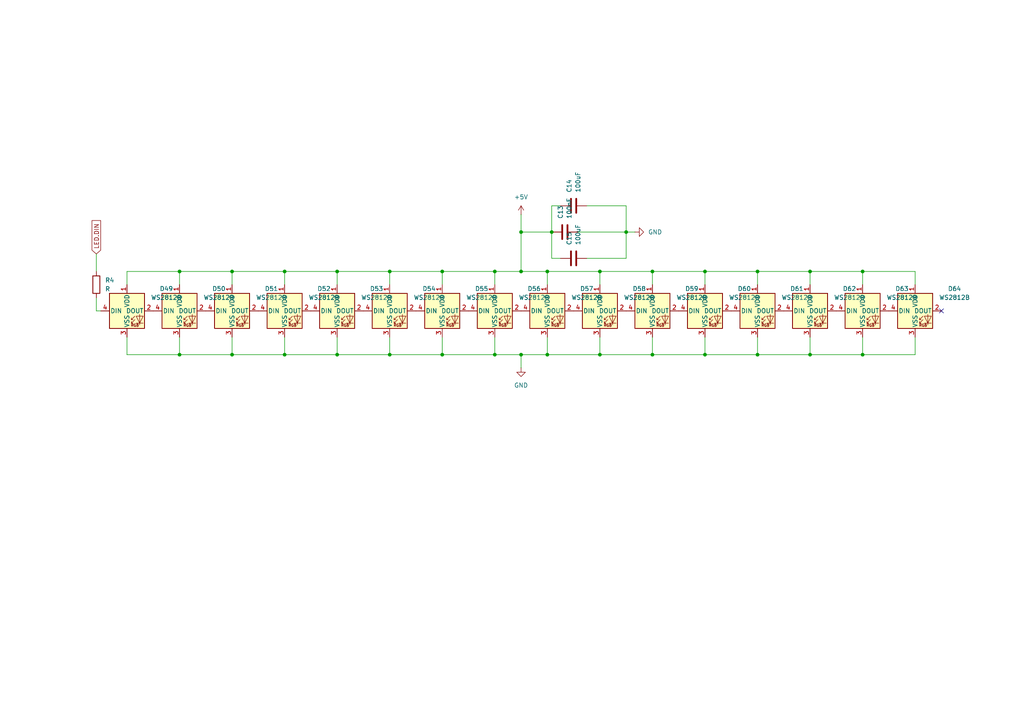
<source format=kicad_sch>
(kicad_sch (version 20250114) (generator "eeschema") (generator_version "9.0")
  (paper "A4")
  (lib_symbols
    (symbol "Device:C" (pin_numbers (hide yes)) (pin_names (offset 0.254))
      (property "Reference" "C" (at 0.635 2.54 0))
      (property "Value" "C" (at 0.635 -2.54 0))
      (symbol "C_0_1"
        (polyline (pts (xy -2.032 0.762) (xy 2.032 0.762)) (stroke (width 0.508)))
        (polyline (pts (xy -2.032 -0.762) (xy 2.032 -0.762)) (stroke (width 0.508)))
      )
      (symbol "C_1_1"
        (pin passive line (at 0 3.81 270) (length 2.794) (name "~") (number "1"))
        (pin passive line (at 0 -3.81 90) (length 2.794) (name "~") (number "2"))
      )
    )
    (symbol "Device:R" (pin_numbers (hide yes)) (pin_names (offset 0))
      (property "Reference" "R" (at 2.032 0 90))
      (property "Value" "R" (at 0 0 90))
      (symbol "R_0_1"
        (rectangle (start -1.016 -2.54) (end 1.016 2.54) (stroke (width 0.254)))
      )
      (symbol "R_1_1"
        (pin passive line (at 0 3.81 270) (length 1.27) (name "~") (number "1"))
        (pin passive line (at 0 -3.81 90) (length 1.27) (name "~") (number "2"))
      )
    )
    (symbol "LED:WS2812B" (pin_names (offset 0.254))
      (property "Reference" "D" (at 5.08 5.715 0))
      (property "Value" "WS2812B" (at 1.27 -5.715 0))
      (symbol "WS2812B_0_0"
        (text "RGB" (at 2.286 -4.191 0) (effects (font (size 0.762 0.762))))
      )
      (symbol "WS2812B_0_1"
        (polyline (pts (xy 1.27 -2.54) (xy 1.778 -2.54)))
        (polyline (pts (xy 1.27 -3.556) (xy 1.778 -3.556)))
        (polyline (pts (xy 2.286 -1.524) (xy 1.27 -2.54) (xy 1.27 -2.032)))
        (polyline (pts (xy 2.286 -2.54) (xy 1.27 -3.556) (xy 1.27 -3.048)))
        (polyline (pts (xy 3.683 -1.016) (xy 3.683 -3.556) (xy 3.683 -4.064)))
        (polyline (pts (xy 4.699 -1.524) (xy 2.667 -1.524) (xy 3.683 -3.556) (xy 4.699 -1.524)))
        (polyline (pts (xy 4.699 -3.556) (xy 2.667 -3.556)))
        (rectangle (start 5.08 5.08) (end -5.08 -5.08) (stroke (width 0.254)) (fill (type background)))
      )
      (symbol "WS2812B_1_1"
        (pin input line (at -7.62 0 0) (length 2.54) (name "DIN") (number "4"))
        (pin power_in line (at 0 7.62 270) (length 2.54) (name "VDD") (number "1"))
        (pin power_in line (at 0 -7.62 90) (length 2.54) (name "VSS") (number "3"))
        (pin output line (at 7.62 0 180) (length 2.54) (name "DOUT") (number "2"))
      )
    )
    (symbol "power:+5V" (power) (pin_numbers (hide yes)) (pin_names (offset 0) (hide yes))
      (property "Value" "+5V" (at 0 3.556 0))
      (symbol "+5V_0_1"
        (polyline (pts (xy -0.762 1.27) (xy 0 2.54)))
        (polyline (pts (xy 0 2.54) (xy 0.762 1.27)))
        (polyline (pts (xy 0 0) (xy 0 2.54)))
      )
      (symbol "+5V_1_1"
        (pin power_in line (at 0 0 90) (length 0) (name "~") (number "1"))
      )
    )
    (symbol "power:GND" (power) (pin_numbers (hide yes)) (pin_names (offset 0) (hide yes))
      (property "Value" "GND" (at 0 -3.81 0))
      (symbol "GND_0_1"
        (polyline (pts (xy 0 0) (xy 0 -1.27) (xy 1.27 -1.27) (xy 0 -2.54) (xy -1.27 -1.27) (xy 0 -1.27)))
      )
      (symbol "GND_1_1"
        (pin power_in line (at 0 0 270) (length 0) (name "~") (number "1"))
      )
    )
  )
  (junction (at 143.51 78.74))
  (junction (at 143.51 102.87))
  (junction (at 234.95 78.74))
  (junction (at 128.27 102.87))
  (junction (at 158.75 78.74))
  (junction (at 189.23 78.74))
  (junction (at 250.19 78.74))
  (junction (at 204.47 102.87))
  (junction (at 250.19 102.87))
  (junction (at 82.55 78.74))
  (junction (at 173.99 102.87))
  (junction (at 181.61 67.31))
  (junction (at 151.13 78.74))
  (junction (at 219.71 102.87))
  (junction (at 52.07 78.74))
  (junction (at 67.31 102.87))
  (junction (at 151.13 67.31))
  (junction (at 158.75 102.87))
  (junction (at 173.99 78.74))
  (junction (at 160.02 67.31))
  (junction (at 113.03 78.74))
  (junction (at 204.47 78.74))
  (junction (at 97.79 102.87))
  (junction (at 82.55 102.87))
  (junction (at 151.13 102.87))
  (junction (at 97.79 78.74))
  (junction (at 128.27 78.74))
  (junction (at 189.23 102.87))
  (junction (at 52.07 102.87))
  (junction (at 234.95 102.87))
  (junction (at 67.31 78.74))
  (junction (at 219.71 78.74))
  (junction (at 113.03 102.87))
  (no_connect (at 273.05 90.17))
  (wire (pts (xy 160.02 74.93) (xy 160.02 67.31)))
  (wire (pts (xy 128.27 78.74) (xy 128.27 82.55)))
  (wire (pts (xy 128.27 78.74) (xy 143.51 78.74)))
  (wire (pts (xy 52.07 97.79) (xy 52.07 102.87)))
  (wire (pts (xy 162.56 74.93) (xy 160.02 74.93)))
  (wire (pts (xy 151.13 102.87) (xy 151.13 106.68)))
  (wire (pts (xy 162.56 59.69) (xy 160.02 59.69)))
  (wire (pts (xy 27.94 90.17) (xy 29.21 90.17)))
  (wire (pts (xy 52.07 78.74) (xy 36.83 78.74)))
  (wire (pts (xy 265.43 82.55) (xy 265.43 78.74)))
  (wire (pts (xy 204.47 78.74) (xy 219.71 78.74)))
  (wire (pts (xy 219.71 97.79) (xy 219.71 102.87)))
  (wire (pts (xy 27.94 86.36) (xy 27.94 90.17)))
  (wire (pts (xy 173.99 102.87) (xy 158.75 102.87)))
  (wire (pts (xy 97.79 78.74) (xy 97.79 82.55)))
  (wire (pts (xy 158.75 78.74) (xy 158.75 82.55)))
  (wire (pts (xy 36.83 102.87) (xy 52.07 102.87)))
  (wire (pts (xy 160.02 59.69) (xy 160.02 67.31)))
  (wire (pts (xy 151.13 67.31) (xy 160.02 67.31)))
  (wire (pts (xy 234.95 102.87) (xy 219.71 102.87)))
  (wire (pts (xy 250.19 102.87) (xy 234.95 102.87)))
  (wire (pts (xy 113.03 97.79) (xy 113.03 102.87)))
  (wire (pts (xy 97.79 102.87) (xy 113.03 102.87)))
  (wire (pts (xy 67.31 102.87) (xy 82.55 102.87)))
  (wire (pts (xy 173.99 97.79) (xy 173.99 102.87)))
  (wire (pts (xy 113.03 78.74) (xy 113.03 82.55)))
  (wire (pts (xy 27.94 73.66) (xy 27.94 78.74)))
  (wire (pts (xy 181.61 67.31) (xy 184.15 67.31)))
  (wire (pts (xy 143.51 78.74) (xy 151.13 78.74)))
  (wire (pts (xy 82.55 78.74) (xy 67.31 78.74)))
  (wire (pts (xy 250.19 78.74) (xy 250.19 82.55)))
  (wire (pts (xy 173.99 78.74) (xy 189.23 78.74)))
  (wire (pts (xy 204.47 97.79) (xy 204.47 102.87)))
  (wire (pts (xy 158.75 102.87) (xy 151.13 102.87)))
  (wire (pts (xy 189.23 78.74) (xy 204.47 78.74)))
  (wire (pts (xy 128.27 102.87) (xy 143.51 102.87)))
  (wire (pts (xy 234.95 78.74) (xy 250.19 78.74)))
  (wire (pts (xy 158.75 97.79) (xy 158.75 102.87)))
  (wire (pts (xy 82.55 97.79) (xy 82.55 102.87)))
  (wire (pts (xy 67.31 78.74) (xy 67.31 82.55)))
  (wire (pts (xy 52.07 102.87) (xy 67.31 102.87)))
  (wire (pts (xy 250.19 78.74) (xy 265.43 78.74)))
  (wire (pts (xy 113.03 78.74) (xy 97.79 78.74)))
  (wire (pts (xy 128.27 78.74) (xy 113.03 78.74)))
  (wire (pts (xy 181.61 59.69) (xy 181.61 67.31)))
  (wire (pts (xy 181.61 74.93) (xy 181.61 67.31)))
  (wire (pts (xy 143.51 102.87) (xy 151.13 102.87)))
  (wire (pts (xy 151.13 78.74) (xy 158.75 78.74)))
  (wire (pts (xy 234.95 97.79) (xy 234.95 102.87)))
  (wire (pts (xy 36.83 97.79) (xy 36.83 102.87)))
  (wire (pts (xy 158.75 78.74) (xy 173.99 78.74)))
  (wire (pts (xy 113.03 102.87) (xy 128.27 102.87)))
  (wire (pts (xy 82.55 102.87) (xy 97.79 102.87)))
  (wire (pts (xy 143.51 78.74) (xy 143.51 82.55)))
  (wire (pts (xy 219.71 78.74) (xy 234.95 78.74)))
  (wire (pts (xy 52.07 78.74) (xy 52.07 82.55)))
  (wire (pts (xy 189.23 97.79) (xy 189.23 102.87)))
  (wire (pts (xy 189.23 102.87) (xy 173.99 102.87)))
  (wire (pts (xy 82.55 78.74) (xy 82.55 82.55)))
  (wire (pts (xy 67.31 97.79) (xy 67.31 102.87)))
  (wire (pts (xy 204.47 102.87) (xy 189.23 102.87)))
  (wire (pts (xy 128.27 97.79) (xy 128.27 102.87)))
  (wire (pts (xy 219.71 102.87) (xy 204.47 102.87)))
  (wire (pts (xy 170.18 59.69) (xy 181.61 59.69)))
  (wire (pts (xy 173.99 78.74) (xy 173.99 82.55)))
  (wire (pts (xy 170.18 74.93) (xy 181.61 74.93)))
  (wire (pts (xy 97.79 78.74) (xy 82.55 78.74)))
  (wire (pts (xy 265.43 97.79) (xy 265.43 102.87)))
  (wire (pts (xy 189.23 78.74) (xy 189.23 82.55)))
  (wire (pts (xy 143.51 97.79) (xy 143.51 102.87)))
  (wire (pts (xy 151.13 67.31) (xy 151.13 78.74)))
  (wire (pts (xy 67.31 78.74) (xy 52.07 78.74)))
  (wire (pts (xy 234.95 78.74) (xy 234.95 82.55)))
  (wire (pts (xy 36.83 78.74) (xy 36.83 82.55)))
  (wire (pts (xy 219.71 78.74) (xy 219.71 82.55)))
  (wire (pts (xy 167.64 67.31) (xy 181.61 67.31)))
  (wire (pts (xy 204.47 78.74) (xy 204.47 82.55)))
  (wire (pts (xy 250.19 97.79) (xy 250.19 102.87)))
  (wire (pts (xy 97.79 97.79) (xy 97.79 102.87)))
  (wire (pts (xy 151.13 62.23) (xy 151.13 67.31)))
  (wire (pts (xy 265.43 102.87) (xy 250.19 102.87)))
  (global_label "LED.DIN" (shape input) (at 27.94 73.66 90) (property "Intersheetrefs" "${INTERSHEET_REFS}" (effects (hide yes))))
  (symbol (lib_id "LED:WS2812B") (at 128.27 90.17 0) (unit 1)
    (property "Reference" "D55" (at 139.7 83.7498 0))
    (property "Value" "WS2812B" (at 139.7 86.2898 0))
    (property "Footprint" "LED_SMD:LED_WS2812B_PLCC4_5.0x5.0mm_P3.2mm" (effects (hide yes)))
    (property "Datasheet" "https://cdn-shop.adafruit.com/datasheets/WS2812B.pdf" (effects (hide yes)))
    (property "Description" "RGB LED with integrated controller" (effects (hide yes)))
  )
  (symbol (lib_id "LED:WS2812B") (at 143.51 90.17 0) (unit 1)
    (property "Reference" "D56" (at 154.94 83.7498 0))
    (property "Value" "WS2812B" (at 154.94 86.2898 0))
    (property "Footprint" "LED_SMD:LED_WS2812B_PLCC4_5.0x5.0mm_P3.2mm" (effects (hide yes)))
    (property "Datasheet" "https://cdn-shop.adafruit.com/datasheets/WS2812B.pdf" (effects (hide yes)))
    (property "Description" "RGB LED with integrated controller" (effects (hide yes)))
  )
  (symbol (lib_id "Device:C") (at 163.83 67.31 90) (unit 1)
    (property "Reference" "C13" (at 162.5599 63.5 0) (effects (justify left)))
    (property "Value" "100nF" (at 165.0999 63.5 0) (effects (justify left)))
    (property "Description" "Unpolarized capacitor" (effects (hide yes)))
  )
  (symbol (lib_id "LED:WS2812B") (at 250.19 90.17 0) (unit 1)
    (property "Reference" "D63" (at 261.62 83.7498 0))
    (property "Value" "WS2812B" (at 261.62 86.2898 0))
    (property "Footprint" "LED_SMD:LED_WS2812B_PLCC4_5.0x5.0mm_P3.2mm" (effects (hide yes)))
    (property "Datasheet" "https://cdn-shop.adafruit.com/datasheets/WS2812B.pdf" (effects (hide yes)))
    (property "Description" "RGB LED with integrated controller" (effects (hide yes)))
  )
  (symbol (lib_id "LED:WS2812B") (at 97.79 90.17 0) (unit 1)
    (property "Reference" "D53" (at 109.22 83.7498 0))
    (property "Value" "WS2812B" (at 109.22 86.2898 0))
    (property "Footprint" "LED_SMD:LED_WS2812B_PLCC4_5.0x5.0mm_P3.2mm" (effects (hide yes)))
    (property "Datasheet" "https://cdn-shop.adafruit.com/datasheets/WS2812B.pdf" (effects (hide yes)))
    (property "Description" "RGB LED with integrated controller" (effects (hide yes)))
  )
  (symbol (lib_id "LED:WS2812B") (at 204.47 90.17 0) (unit 1)
    (property "Reference" "D60" (at 215.9 83.7498 0))
    (property "Value" "WS2812B" (at 215.9 86.2898 0))
    (property "Footprint" "LED_SMD:LED_WS2812B_PLCC4_5.0x5.0mm_P3.2mm" (effects (hide yes)))
    (property "Datasheet" "https://cdn-shop.adafruit.com/datasheets/WS2812B.pdf" (effects (hide yes)))
    (property "Description" "RGB LED with integrated controller" (effects (hide yes)))
  )
  (symbol (lib_id "LED:WS2812B") (at 82.55 90.17 0) (unit 1)
    (property "Reference" "D52" (at 93.98 83.7498 0))
    (property "Value" "WS2812B" (at 93.98 86.2898 0))
    (property "Footprint" "LED_SMD:LED_WS2812B_PLCC4_5.0x5.0mm_P3.2mm" (effects (hide yes)))
    (property "Datasheet" "https://cdn-shop.adafruit.com/datasheets/WS2812B.pdf" (effects (hide yes)))
    (property "Description" "RGB LED with integrated controller" (effects (hide yes)))
  )
  (symbol (lib_id "Device:C") (at 166.37 74.93 90) (unit 1)
    (property "Reference" "C15" (at 165.0999 71.12 0) (effects (justify left)))
    (property "Value" "100uF" (at 167.6399 71.12 0) (effects (justify left)))
    (property "Description" "Unpolarized capacitor" (effects (hide yes)))
  )
  (symbol (lib_id "LED:WS2812B") (at 219.71 90.17 0) (unit 1)
    (property "Reference" "D61" (at 231.14 83.7498 0))
    (property "Value" "WS2812B" (at 231.14 86.2898 0))
    (property "Footprint" "LED_SMD:LED_WS2812B_PLCC4_5.0x5.0mm_P3.2mm" (effects (hide yes)))
    (property "Datasheet" "https://cdn-shop.adafruit.com/datasheets/WS2812B.pdf" (effects (hide yes)))
    (property "Description" "RGB LED with integrated controller" (effects (hide yes)))
  )
  (symbol (lib_id "LED:WS2812B") (at 67.31 90.17 0) (unit 1)
    (property "Reference" "D51" (at 78.74 83.7498 0))
    (property "Value" "WS2812B" (at 78.74 86.2898 0))
    (property "Footprint" "LED_SMD:LED_WS2812B_PLCC4_5.0x5.0mm_P3.2mm" (effects (hide yes)))
    (property "Datasheet" "https://cdn-shop.adafruit.com/datasheets/WS2812B.pdf" (effects (hide yes)))
    (property "Description" "RGB LED with integrated controller" (effects (hide yes)))
  )
  (symbol (lib_id "Device:C") (at 166.37 59.69 90) (unit 1)
    (property "Reference" "C14" (at 165.0999 55.88 0) (effects (justify left)))
    (property "Value" "100uF" (at 167.6399 55.88 0) (effects (justify left)))
    (property "Description" "Unpolarized capacitor" (effects (hide yes)))
  )
  (symbol (lib_id "Device:R") (at 27.94 82.55 0) (unit 1)
    (property "Reference" "R4" (at 30.48 81.2799 0) (effects (justify left)))
    (property "Value" "R" (at 30.48 83.8199 0) (effects (justify left)))
    (property "Description" "Resistor" (effects (hide yes)))
  )
  (symbol (lib_id "LED:WS2812B") (at 113.03 90.17 0) (unit 1)
    (property "Reference" "D54" (at 124.46 83.7498 0))
    (property "Value" "WS2812B" (at 124.46 86.2898 0))
    (property "Footprint" "LED_SMD:LED_WS2812B_PLCC4_5.0x5.0mm_P3.2mm" (effects (hide yes)))
    (property "Datasheet" "https://cdn-shop.adafruit.com/datasheets/WS2812B.pdf" (effects (hide yes)))
    (property "Description" "RGB LED with integrated controller" (effects (hide yes)))
  )
  (symbol (lib_id "power:+5V") (at 151.13 62.23 0) (unit 1)
    (property "Reference" "#PWR025" (effects (hide yes)))
    (property "Value" "+5V" (at 151.13 57.15 0))
    (property "Description" "Power symbol creates a global label with name \"+5V\"" (effects (hide yes)))
  )
  (symbol (lib_id "LED:WS2812B") (at 36.83 90.17 0) (unit 1)
    (property "Reference" "D49" (at 48.26 83.7498 0))
    (property "Value" "WS2812B" (at 48.26 86.2898 0))
    (property "Footprint" "LED_SMD:LED_WS2812B_PLCC4_5.0x5.0mm_P3.2mm" (effects (hide yes)))
    (property "Datasheet" "https://cdn-shop.adafruit.com/datasheets/WS2812B.pdf" (effects (hide yes)))
    (property "Description" "RGB LED with integrated controller" (effects (hide yes)))
  )
  (symbol (lib_id "power:GND") (at 184.15 67.31 90) (unit 1)
    (property "Reference" "#PWR027" (effects (hide yes)))
    (property "Value" "GND" (at 187.96 67.3099 90) (effects (justify right)))
    (property "Description" "Power symbol creates a global label with name \"GND\" , ground" (effects (hide yes)))
  )
  (symbol (lib_id "LED:WS2812B") (at 158.75 90.17 0) (unit 1)
    (property "Reference" "D57" (at 170.18 83.7498 0))
    (property "Value" "WS2812B" (at 170.18 86.2898 0))
    (property "Footprint" "LED_SMD:LED_WS2812B_PLCC4_5.0x5.0mm_P3.2mm" (effects (hide yes)))
    (property "Datasheet" "https://cdn-shop.adafruit.com/datasheets/WS2812B.pdf" (effects (hide yes)))
    (property "Description" "RGB LED with integrated controller" (effects (hide yes)))
  )
  (symbol (lib_id "LED:WS2812B") (at 52.07 90.17 0) (unit 1)
    (property "Reference" "D50" (at 63.5 83.7498 0))
    (property "Value" "WS2812B" (at 63.5 86.2898 0))
    (property "Footprint" "LED_SMD:LED_WS2812B_PLCC4_5.0x5.0mm_P3.2mm" (effects (hide yes)))
    (property "Datasheet" "https://cdn-shop.adafruit.com/datasheets/WS2812B.pdf" (effects (hide yes)))
    (property "Description" "RGB LED with integrated controller" (effects (hide yes)))
  )
  (symbol (lib_id "LED:WS2812B") (at 173.99 90.17 0) (unit 1)
    (property "Reference" "D58" (at 185.42 83.7498 0))
    (property "Value" "WS2812B" (at 185.42 86.2898 0))
    (property "Footprint" "LED_SMD:LED_WS2812B_PLCC4_5.0x5.0mm_P3.2mm" (effects (hide yes)))
    (property "Datasheet" "https://cdn-shop.adafruit.com/datasheets/WS2812B.pdf" (effects (hide yes)))
    (property "Description" "RGB LED with integrated controller" (effects (hide yes)))
  )
  (symbol (lib_id "LED:WS2812B") (at 234.95 90.17 0) (unit 1)
    (property "Reference" "D62" (at 246.38 83.7498 0))
    (property "Value" "WS2812B" (at 246.38 86.2898 0))
    (property "Footprint" "LED_SMD:LED_WS2812B_PLCC4_5.0x5.0mm_P3.2mm" (effects (hide yes)))
    (property "Datasheet" "https://cdn-shop.adafruit.com/datasheets/WS2812B.pdf" (effects (hide yes)))
    (property "Description" "RGB LED with integrated controller" (effects (hide yes)))
  )
  (symbol (lib_id "LED:WS2812B") (at 189.23 90.17 0) (unit 1)
    (property "Reference" "D59" (at 200.66 83.7498 0))
    (property "Value" "WS2812B" (at 200.66 86.2898 0))
    (property "Footprint" "LED_SMD:LED_WS2812B_PLCC4_5.0x5.0mm_P3.2mm" (effects (hide yes)))
    (property "Datasheet" "https://cdn-shop.adafruit.com/datasheets/WS2812B.pdf" (effects (hide yes)))
    (property "Description" "RGB LED with integrated controller" (effects (hide yes)))
  )
  (symbol (lib_id "power:GND") (at 151.13 106.68 0) (unit 1)
    (property "Reference" "#PWR026" (effects (hide yes)))
    (property "Value" "GND" (at 151.13 111.76 0))
    (property "Description" "Power symbol creates a global label with name \"GND\" , ground" (effects (hide yes)))
  )
  (symbol (lib_id "LED:WS2812B") (at 265.43 90.17 0) (unit 1)
    (property "Reference" "D64" (at 276.86 83.7498 0))
    (property "Value" "WS2812B" (at 276.86 86.2898 0))
    (property "Footprint" "LED_SMD:LED_WS2812B_PLCC4_5.0x5.0mm_P3.2mm" (effects (hide yes)))
    (property "Datasheet" "https://cdn-shop.adafruit.com/datasheets/WS2812B.pdf" (effects (hide yes)))
    (property "Description" "RGB LED with integrated controller" (effects (hide yes)))
  )
)
</source>
